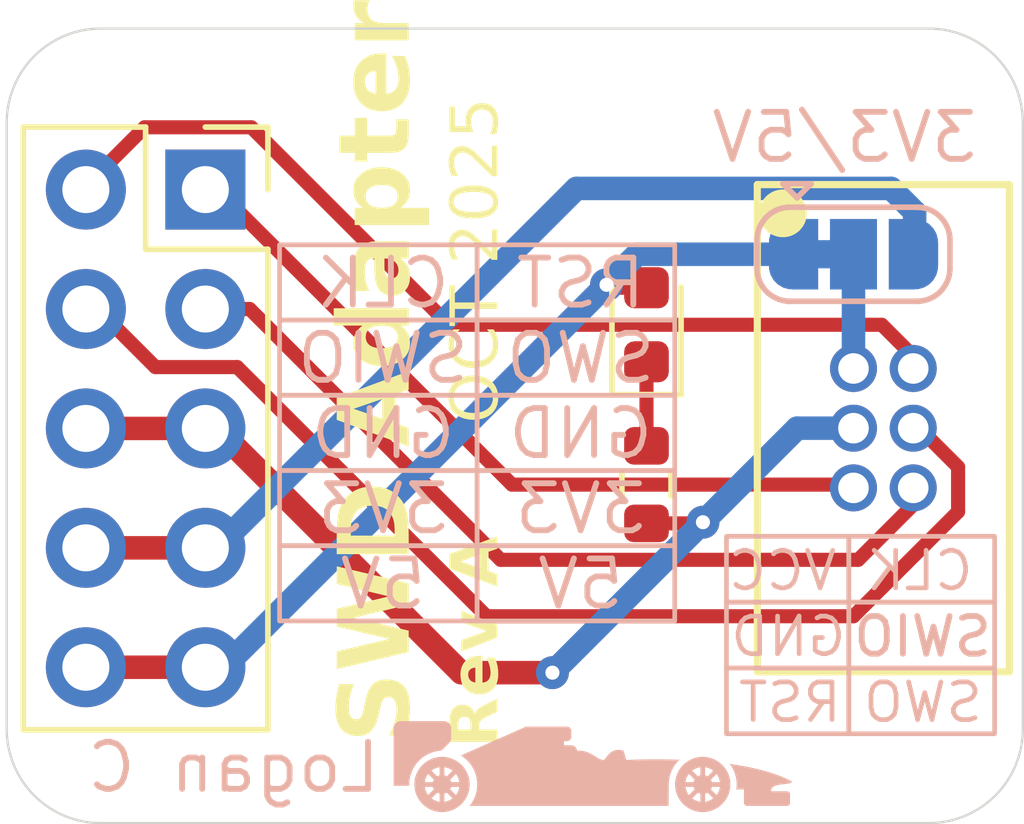
<source format=kicad_pcb>
(kicad_pcb (version 20241229) (generator "pcbnew") (generator_version "9.0")
  (layers (0 "F.Cu" signal) (2 "B.Cu" signal) (5 "F.SilkS" user "F.Silkscreen") (7 "B.SilkS" user "B.Silkscreen") (1 "F.Mask" user) (3 "B.Mask" user) (25 "Edge.Cuts" user))
  (property "PCB_DATE" "OCT 2025")
  (property "REVISION" "A")
  (net 0 "")
  (net 1 "SEL")
  (net 2 "SWCLCK")
  (net 3 "GND")
  (net 4 "5V")
  (net 5 "SWDIO")
  (net 6 "SWO")
  (net 7 "3V3")
  (net 8 "RST")
  (net 9 "Net-(D1-K)")
  (footprint "yfs:IDC-Connector-2x3" (layer "F.Cu") (at 164.4 73.729999 -90)
    (property "Reference" "J2" (hide yes))
    (property "Value" "SWD" (hide yes))
    (fp_line (start -3.9116 2.0447) (end 6.4516 2.0447) (stroke (width 0.1524)) (layer "F.SilkS"))
    (fp_line (start 6.4516 2.0447) (end 6.4516 -3.3147) (stroke (width 0.1524)) (layer "F.SilkS"))
    (fp_line (start -3.9116 -3.3147) (end -3.9116 2.0447) (stroke (width 0.1524)) (layer "F.SilkS"))
    (fp_line (start 6.4516 -3.3147) (end -3.9116 -3.3147) (stroke (width 0.1524)) (layer "F.SilkS"))
    (fp_circle (center -3.3 1.5) (end -3.3 1.5) (stroke (width 0.508)) (fill no) (layer "F.SilkS"))
    (pad "1" thru_hole circle (at 0 0 270) (size 1 1) (drill 0.65) (layers "*.Cu" "*.Mask") (net 1 "SEL"))
    (pad "2" thru_hole circle (at 0 -1.27 270) (size 1 1) (drill 0.65) (layers "*.Cu" "*.Mask") (net 2 "SWCLCK"))
    (pad "3" thru_hole circle (at 1.27 0 270) (size 1 1) (drill 0.65) (layers "*.Cu" "*.Mask") (net 3 "GND"))
    (pad "4" thru_hole circle (at 1.27 -1.27 270) (size 1 1) (drill 0.65) (layers "*.Cu" "*.Mask") (net 5 "SWDIO"))
    (pad "5" thru_hole circle (at 2.54 0 270) (size 1 1) (drill 0.65) (layers "*.Cu" "*.Mask") (net 8 "RST"))
    (pad "6" thru_hole circle (at 2.54 -1.27 270) (size 1 1) (drill 0.65) (layers "*.Cu" "*.Mask") (net 6 "SWO"))
  )
  (footprint "LED_SMD:LED_0603_1608Metric" (layer "F.Cu") (at 160 72.8 90)
    (property "Reference" "D1" (hide yes))
    (property "Value" "Red LED")
    (fp_line (start 0.8 -0.735) (end -1.485 -0.735) (stroke (width 0.12)) (layer "F.SilkS"))
    (fp_line (start -1.485 -0.735) (end -1.485 0.735) (stroke (width 0.12)) (layer "F.SilkS"))
    (fp_line (start -1.485 0.735) (end 0.8 0.735) (stroke (width 0.12)) (layer "F.SilkS"))
    (pad "1" smd roundrect (at -0.787501 0 90) (size 0.875 0.95) (layers "F.Cu" "F.Mask" "F.Paste") (net 9 "Net-(D1-K)"))
    (pad "2" smd roundrect (at 0.787501 0 90) (size 0.875 0.95) (layers "F.Cu" "F.Mask" "F.Paste") (net 4 "5V"))
  )
  (footprint "Connector_PinSocket_2.54mm:PinSocket_2x05_P2.54mm_Vertical" (layer "F.Cu") (at 150.622 69.925)
    (property "Reference" "J1" (hide yes))
    (property "Value" "Conn_02x05_Odd_Even")
    (fp_line (start -3.87 -1.33) (end -3.87 11.49) (stroke (width 0.12)) (layer "F.SilkS"))
    (fp_line (start -3.87 -1.33) (end -1.27 -1.33) (stroke (width 0.12)) (layer "F.SilkS"))
    (fp_line (start -3.87 11.49) (end 1.33 11.49) (stroke (width 0.12)) (layer "F.SilkS"))
    (fp_line (start -1.27 -1.33) (end -1.27 1.27) (stroke (width 0.12)) (layer "F.SilkS"))
    (fp_line (start -1.27 1.27) (end 1.33 1.27) (stroke (width 0.12)) (layer "F.SilkS"))
    (fp_line (start 0 -1.33) (end 1.33 -1.33) (stroke (width 0.12)) (layer "F.SilkS"))
    (fp_line (start 1.33 -1.33) (end 1.33 0) (stroke (width 0.12)) (layer "F.SilkS"))
    (fp_line (start 1.33 1.27) (end 1.33 11.49) (stroke (width 0.12)) (layer "F.SilkS"))
    (pad "1" thru_hole rect (at 0 0) (size 1.7 1.7) (drill 1) (layers "*.Cu" "*.Mask") (net 8 "RST"))
    (pad "2" thru_hole oval (at -2.54 0) (size 1.7 1.7) (drill 1) (layers "*.Cu" "*.Mask") (net 2 "SWCLCK"))
    (pad "3" thru_hole oval (at 0 2.54) (size 1.7 1.7) (drill 1) (layers "*.Cu" "*.Mask") (net 6 "SWO"))
    (pad "4" thru_hole oval (at -2.54 2.54) (size 1.7 1.7) (drill 1) (layers "*.Cu" "*.Mask") (net 5 "SWDIO"))
    (pad "5" thru_hole oval (at 0 5.08) (size 1.7 1.7) (drill 1) (layers "*.Cu" "*.Mask") (net 3 "GND"))
    (pad "6" thru_hole oval (at -2.54 5.08) (size 1.7 1.7) (drill 1) (layers "*.Cu" "*.Mask") (net 3 "GND"))
    (pad "7" thru_hole oval (at 0 7.62) (size 1.7 1.7) (drill 1) (layers "*.Cu" "*.Mask") (net 7 "3V3"))
    (pad "8" thru_hole oval (at -2.54 7.62) (size 1.7 1.7) (drill 1) (layers "*.Cu" "*.Mask") (net 7 "3V3"))
    (pad "9" thru_hole oval (at 0 10.16) (size 1.7 1.7) (drill 1) (layers "*.Cu" "*.Mask") (net 4 "5V"))
    (pad "10" thru_hole oval (at -2.54 10.16) (size 1.7 1.7) (drill 1) (layers "*.Cu" "*.Mask") (net 4 "5V"))
  )
  (footprint "Resistor_SMD:R_0603_1608Metric" (layer "F.Cu") (at 160 76.2 -90)
    (property "Reference" "R1" (hide yes))
    (property "Value" "1k")
    (fp_line (start -0.237258 0.5225) (end 0.237258 0.5225) (stroke (width 0.12)) (layer "F.SilkS"))
    (fp_line (start -0.237258 -0.5225) (end 0.237258 -0.5225) (stroke (width 0.12)) (layer "F.SilkS"))
    (pad "1" smd roundrect (at -0.825 0 270) (size 0.8 0.95) (layers "F.Cu" "F.Mask" "F.Paste") (net 9 "Net-(D1-K)"))
    (pad "2" smd roundrect (at 0.825 0 270) (size 0.8 0.95) (layers "F.Cu" "F.Mask" "F.Paste") (net 3 "GND"))
  )
  (footprint "Jumper:SolderJumper-3_P1.3mm_Bridged12_RoundedPad1.0x1.5mm" (layer "B.Cu") (at 164.4 71.3)
    (property "Reference" "JP1" (hide yes))
    (property "Value" "SolderJumper_3_Bridged12" (hide yes))
    (fp_poly (pts (xy -0.9 0.3) (xy -0.4 0.3) (xy -0.4 -0.3) (xy -0.9 -0.3)) (fill yes) (layer "B.Cu"))
    (fp_line (start -2.05 -0.3) (end -2.05 0.3) (stroke (width 0.12)) (layer "B.SilkS"))
    (fp_line (start -1.5 -1.5) (end -0.9 -1.5) (stroke (width 0.12)) (layer "B.SilkS"))
    (fp_line (start -1.4 1) (end 1.4 1) (stroke (width 0.12)) (layer "B.SilkS"))
    (fp_line (start -1.2 -1.2) (end -1.5 -1.5) (stroke (width 0.12)) (layer "B.SilkS"))
    (fp_line (start -1.2 -1.2) (end -0.9 -1.5) (stroke (width 0.12)) (layer "B.SilkS"))
    (fp_line (start 1.4 -1) (end -1.4 -1) (stroke (width 0.12)) (layer "B.SilkS"))
    (fp_line (start 2.05 0.3) (end 2.05 -0.3) (stroke (width 0.12)) (layer "B.SilkS"))
    (fp_arc (start -2.05 -0.3) (mid -1.844975 -0.794975) (end -1.35 -1) (stroke (width 0.12)) (layer "B.SilkS"))
    (fp_arc (start -1.35 1) (mid -1.844975 0.794975) (end -2.05 0.3) (stroke (width 0.12)) (layer "B.SilkS"))
    (fp_arc (start 1.35 -1) (mid 1.844975 -0.794975) (end 2.05 -0.3) (stroke (width 0.12)) (layer "B.SilkS"))
    (fp_arc (start 2.05 0.3) (mid 1.844975 0.794975) (end 1.35 1) (stroke (width 0.12)) (layer "B.SilkS"))
    (pad "1" smd custom (at -1.3 0) (size 1 0.5) (layers "B.Cu" "B.Mask") (net 4 "5V") (options (clearance outline) (anchor rect)) (primitives (gr_circle (center 0 -0.25) (end 0.5 -0.25) (width 0) (fill yes)) (gr_circle (center 0 0.25) (end 0.5 0.25) (width 0) (fill yes)) (gr_poly (pts (xy 0.55 -0.75) (xy 0 -0.75) (xy 0 0.75) (xy 0.55 0.75)) (width 0) (fill yes))))
    (pad "2" smd rect (at 0 0) (size 1 1.5) (layers "B.Cu" "B.Mask") (net 1 "SEL"))
    (pad "3" smd custom (at 1.3 0) (size 1 0.5) (layers "B.Cu" "B.Mask") (net 7 "3V3") (options (clearance outline) (anchor rect)) (primitives (gr_circle (center 0 -0.25) (end 0.5 -0.25) (width 0) (fill yes)) (gr_circle (center 0 0.25) (end 0.5 0.25) (width 0) (fill yes)) (gr_poly (pts (xy 0 -0.75) (xy -0.55 -0.75) (xy -0.55 0.75) (xy 0 0.75)) (width 0) (fill yes))))
  )
  (gr_poly (pts (xy 155.623234 81.990434) (xy 155.593316 81.992703) (xy 155.563835 81.996448) (xy 155.534825 82.001621) (xy 155.506328 82.00819) (xy 155.478376 82.016119) (xy 155.451008 82.02537) (xy 155.424261 82.035905) (xy 155.398171 82.047689) (xy 155.372776 82.060683) (xy 155.348112 82.074852) (xy 155.324219 82.090159) (xy 155.301128 82.106566) (xy 155.278881 82.124037) (xy 155.25751 82.142535) (xy 155.237059 82.162022) (xy 155.217559 82.182463) (xy 155.199049 82.203819) (xy 155.181567 82.226056) (xy 155.165149 82.249133) (xy 155.149829 82.273015) (xy 155.135647 82.297669) (xy 155.122642 82.323052) (xy 155.110848 82.34913) (xy 155.100301 82.375867) (xy 155.09104 82.403226) (xy 155.083101 82.431167) (xy 155.076522 82.459653) (xy 155.071338 82.488654) (xy 155.067588 82.518125) (xy 155.065307 82.548034) (xy 155.064532 82.578342) (xy 155.064576 82.584669) (xy 155.064703 82.590979) (xy 155.064909 82.597277) (xy 155.065187 82.603561) (xy 155.065944 82.616092) (xy 155.066934 82.628584) (xy 155.070004 82.656668) (xy 155.07437 82.684337) (xy 155.08 82.711563) (xy 155.086865 82.738316) (xy 155.094934 82.764562) (xy 155.10417 82.79027) (xy 155.114552 82.81541) (xy 155.126037 82.839948) (xy 155.138602 82.863855) (xy 155.152215 82.8871) (xy 155.166841 82.909648) (xy 155.182454 82.93147) (xy 155.199019 82.952534) (xy 155.216506 82.972811) (xy 155.234884 82.992264) (xy 155.254121 83.010868) (xy 155.274187 83.028584) (xy 155.295049 83.04539) (xy 155.316677 83.061245) (xy 155.339042 83.076125) (xy 155.36211 83.089992) (xy 155.38585 83.102822) (xy 155.410231 83.114579) (xy 155.435223 83.12523) (xy 155.460793 83.134747) (xy 155.486912 83.143096) (xy 155.513547 83.150248) (xy 155.540668 83.15617) (xy 155.568241 83.16083) (xy 155.596239 83.164198) (xy 155.624629 83.166243) (xy 155.653379 83.166931) (xy 155.681336 83.166279) (xy 155.708955 83.16434) (xy 155.736207 83.161145) (xy 155.763061 83.156721) (xy 155.789492 83.151102) (xy 155.815468 83.14431) (xy 155.840962 83.136379) (xy 155.865943 83.127336) (xy 155.890385 83.11721) (xy 155.914257 83.106033) (xy 155.937533 83.093827) (xy 155.960177 83.080625) (xy 155.982168 83.066462) (xy 156.003472 83.051355) (xy 156.024065 83.035346) (xy 156.043913 83.018454) (xy 156.06299 83.000712) (xy 156.081268 82.982149) (xy 156.098714 82.962792) (xy 156.115304 82.942673) (xy 156.131006 82.921819) (xy 156.145791 82.900259) (xy 156.159631 82.878024) (xy 156.162251 82.873365) (xy 155.875095 82.873365) (xy 155.865824 82.880124) (xy 155.856343 82.886602) (xy 155.846655 82.892794) (xy 155.836765 82.89869) (xy 155.826682 82.904286) (xy 155.816409 82.909576) (xy 155.805951 82.91455) (xy 155.795318 82.919201) (xy 155.784509 82.923526) (xy 155.773533 82.927513) (xy 155.762395 82.93116) (xy 155.751102 82.934456) (xy 155.739659 82.937397) (xy 155.72807 82.939976) (xy 155.716341 82.942182) (xy 155.704477 82.944013) (xy 155.704395 82.944013) (xy 155.704392 82.774251) (xy 155.602537 82.774252) (xy 155.602538 82.944012) (xy 155.590628 82.942184) (xy 155.578859 82.939983) (xy 155.567235 82.937409) (xy 155.55576 82.934482) (xy 155.544439 82.931195) (xy 155.533278 82.92756) (xy 155.522281 82.923582) (xy 155.511451 82.919267) (xy 155.500796 82.914622) (xy 155.490319 82.909652) (xy 155.480027 82.904363) (xy 155.469924 82.898762) (xy 155.460012 82.892857) (xy 155.4503 82.886653) (xy 155.440792 82.880152) (xy 155.43149 82.873365) (xy 155.55118 82.753333) (xy 155.557244 82.756714) (xy 155.563413 82.759857) (xy 155.569683 82.762771) (xy 155.576055 82.765464) (xy 155.582528 82.76795) (xy 155.589099 82.770237) (xy 155.59577 82.772334) (xy 155.602537 82.774252) (xy 155.704392 82.774251) (xy 155.711085 82.772388) (xy 155.717716 82.770326) (xy 155.72427 82.768067) (xy 155.730736 82.765604) (xy 155.737094 82.762934) (xy 155.743336 82.760061) (xy 155.749444 82.756976) (xy 155.755405 82.753675) (xy 155.875095 82.873365) (xy 156.162251 82.873365) (xy 156.172498 82.855143) (xy 156.184362 82.83164) (xy 156.195195 82.807548) (xy 156.204967 82.782897) (xy 156.21365 82.757713) (xy 156.221214 82.732027) (xy 156.227631 82.705869) (xy 156.232872 82.679267) (xy 156.23691 82.652248) (xy 156.238071 82.643161) (xy 156.239112 82.634033) (xy 156.239491 82.630213) (xy 156.019392 82.630212) (xy 156.017513 82.642127) (xy 156.015262 82.653912) (xy 156.01264 82.665562) (xy 156.009653 82.677069) (xy 156.006314 82.688426) (xy 156.002622 82.699631) (xy 155.998591 82.710672) (xy 155.994217 82.721545) (xy 155.989516 82.732244) (xy 155.98449 82.742761) (xy 155.979147 82.75309) (xy 155.973493 82.763224) (xy 155.967532 82.773158) (xy 155.961274 82.782885) (xy 155.954722 82.792397) (xy 155.947887 82.80169) (xy 155.827514 82.681483) (xy 155.827609 82.681313) (xy 155.47916 82.681314) (xy 155.358442 82.802032) (xy 155.351619 82.792736) (xy 155.34511 82.783214) (xy 155.338914 82.773468) (xy 155.333037 82.763514) (xy 155.327477 82.753353) (xy 155.322242 82.742995) (xy 155.317329 82.732447) (xy 155.312745 82.721717) (xy 155.308488 82.710811) (xy 155.304565 82.699739) (xy 155.300975 82.688507) (xy 155.297723 82.677122) (xy 155.294811 82.665593) (xy 155.29224 82.653927) (xy 155.290017 82.642131) (xy 155.288137 82.630214) (xy 155.457211 82.630212) (xy 155.458162 82.633636) (xy 155.459181 82.637026) (xy 155.460265 82.640383) (xy 155.461414 82.643707) (xy 155.463885 82.650263) (xy 155.466578 82.656694) (xy 155.469472 82.663012) (xy 155.472546 82.669217) (xy 155.475782 82.675316) (xy 155.47916 82.681314) (xy 155.827609 82.681313) (xy 155.830965 82.675448) (xy 155.834189 82.669301) (xy 155.837186 82.663047) (xy 155.839966 82.656685) (xy 155.842526 82.650219) (xy 155.844873 82.64365) (xy 155.847013 82.636981) (xy 155.848946 82.630213) (xy 156.019392 82.630212) (xy 156.239491 82.630213) (xy 156.240022 82.624863) (xy 156.240788 82.615649) (xy 156.2414 82.606391) (xy 156.241852 82.597087) (xy 156.242129 82.587739) (xy 156.242224 82.578342) (xy 156.241458 82.548028) (xy 156.239956 82.528273) (xy 156.018963 82.52827) (xy 155.849547 82.528272) (xy 155.847686 82.521436) (xy 155.845571 82.514692) (xy 155.843219 82.508046) (xy 155.84064 82.501501) (xy 155.837838 82.495057) (xy 155.834825 82.488725) (xy 155.831607 82.482505) (xy 155.828244 82.476486) (xy 155.47856 82.476486) (xy 155.475157 82.482563) (xy 155.471958 82.488762) (xy 155.468968 82.495083) (xy 155.466191 82.501521) (xy 155.463633 82.508073) (xy 155.461294 82.51473) (xy 155.459181 82.521493) (xy 155.457297 82.528357) (xy 155.457297 82.528443) (xy 155.288051 82.528443) (xy 155.28986 82.516456) (xy 155.292036 82.504613) (xy 155.294575 82.492916) (xy 155.297472 82.481374) (xy 155.300721 82.469988) (xy 155.304322 82.458765) (xy 155.308266 82.447708) (xy 155.312551 82.436822) (xy 155.317172 82.426111) (xy 155.322122 82.415583) (xy 155.327399 82.405237) (xy 155.333 82.395082) (xy 155.338916 82.385121) (xy 155.345146 82.37536) (xy 155.351685 82.365803) (xy 155.358527 82.356452) (xy 155.47856 82.476486) (xy 155.828244 82.476486) (xy 155.828197 82.476398) (xy 155.948315 82.356368) (xy 155.955144 82.365731) (xy 155.961673 82.375298) (xy 155.967899 82.385067) (xy 155.973811 82.395032) (xy 155.979411 82.405186) (xy 155.984693 82.41553) (xy 155.989651 82.426054) (xy 155.994281 82.436757) (xy 155.998581 82.447634) (xy 156.00254 82.45868) (xy 156.006159 82.469892) (xy 156.009432 82.481265) (xy 156.012353 82.492793) (xy 156.014918 82.504473) (xy 156.017123 82.5163) (xy 156.018963 82.52827) (xy 156.239956 82.528273) (xy 156.239184 82.518111) (xy 156.235437 82.488633) (xy 156.230257 82.45963) (xy 156.223681 82.431137) (xy 156.215744 82.403195) (xy 156.206486 82.375833) (xy 156.195941 82.349095) (xy 156.184145 82.323016) (xy 156.171139 82.29763) (xy 156.16345 82.284262) (xy 155.876126 82.284262) (xy 155.756435 82.404124) (xy 155.75033 82.40068) (xy 155.744108 82.397429) (xy 155.737772 82.394378) (xy 155.731324 82.391529) (xy 155.724769 82.388897) (xy 155.718106 82.386484) (xy 155.711343 82.384298) (xy 155.704478 82.382345) (xy 155.704479 82.382432) (xy 155.704308 82.382432) (xy 155.704307 82.213099) (xy 155.602537 82.2131) (xy 155.602366 82.382345) (xy 155.595466 82.384298) (xy 155.588661 82.386483) (xy 155.581956 82.388899) (xy 155.575358 82.391531) (xy 155.568873 82.394377) (xy 155.562506 82.397429) (xy 155.556263 82.400681) (xy 155.550151 82.404124) (xy 155.430463 82.284348) (xy 155.439797 82.277457) (xy 155.449344 82.270872) (xy 155.459098 82.264592) (xy 155.469055 82.258626) (xy 155.47921 82.25298) (xy 155.489556 82.247654) (xy 155.500091 82.242654) (xy 155.510808 82.237988) (xy 155.521703 82.233654) (xy 155.532771 82.229661) (xy 155.544007 82.226012) (xy 155.555405 82.222714) (xy 155.566964 82.21977) (xy 155.578675 82.217182) (xy 155.590536 82.214957) (xy 155.602537 82.2131) (xy 155.704307 82.213099) (xy 155.716267 82.214954) (xy 155.728093 82.217178) (xy 155.739776 82.219761) (xy 155.751312 82.2227) (xy 155.762697 82.225991) (xy 155.773922 82.229633) (xy 155.784983 82.233618) (xy 155.795874 82.237943) (xy 155.806588 82.242604) (xy 155.817119 82.247596) (xy 155.827462 82.252913) (xy 155.837607 82.258555) (xy 155.847553 82.264515) (xy 155.857292 82.270789) (xy 155.866818 82.277373) (xy 155.876126 82.284262) (xy 156.16345 82.284262) (xy 156.156961 82.272979) (xy 156.141644 82.249095) (xy 156.125225 82.226015) (xy 156.107747 82.203784) (xy 156.089237 82.182429) (xy 156.069742 82.161991) (xy 156.049294 82.142505) (xy 156.027931 82.124009) (xy 156.00569 82.106538) (xy 155.982609 82.090136) (xy 155.958722 82.074833) (xy 155.934072 82.060666) (xy 155.908693 82.047674) (xy 155.882617 82.035893) (xy 155.855889 82.02536) (xy 155.828541 82.016111) (xy 155.800612 82.008186) (xy 155.772141 82.001618) (xy 155.74316 81.996445) (xy 155.713711 81.992705) (xy 155.683829 81.990434) (xy 155.65355 81.989669)) (stroke (width -0.000001)) (fill yes) (layer "B.SilkS"))
  (gr_poly (pts (xy 161.783095 82.162471) (xy 161.799338 82.186342) (xy 161.81465 82.210866) (xy 161.829003 82.236022) (xy 161.842372 82.261784) (xy 161.854723 82.288129) (xy 161.866035 82.315031) (xy 161.876273 82.342467) (xy 161.885414 82.370413) (xy 161.893424 82.398844) (xy 161.900281 82.427735) (xy 161.905954 82.457062) (xy 161.910415 82.486804) (xy 161.913639 82.516931) (xy 161.91559 82.547424) (xy 161.916248 82.578256) (xy 161.916147 82.58906) (xy 161.915847 82.599996) (xy 161.915348 82.611075) (xy 161.914651 82.622293) (xy 161.913757 82.633662) (xy 161.912667 82.645183) (xy 161.911382 82.656865) (xy 161.909904 82.66871) (xy 161.90962 82.670747) (xy 161.909294 82.672756) (xy 161.908564 82.676705) (xy 161.907817 82.680622) (xy 161.907471 82.682589) (xy 161.907159 82.684571) (xy 162.071948 82.684571) (xy 162.071947 82.972135) (xy 162.072028 82.975354) (xy 162.072269 82.97853) (xy 162.072666 82.981662) (xy 162.073215 82.984742) (xy 162.073912 82.987766) (xy 162.074754 82.990733) (xy 162.075736 82.993638) (xy 162.076854 82.996478) (xy 162.078104 82.999247) (xy 162.079484 83.001942) (xy 162.080988 83.004559) (xy 162.082613 83.007093) (xy 162.084355 83.009545) (xy 162.086209 83.011907) (xy 162.088172 83.014174) (xy 162.090241 83.016343) (xy 162.09241 83.018412) (xy 162.094678 83.020376) (xy 162.097039 83.02223) (xy 162.099489 83.023973) (xy 162.102024 83.025595) (xy 162.104643 83.027101) (xy 162.107338 83.02848) (xy 162.110106 83.02973) (xy 162.112946 83.030849) (xy 162.115851 83.03183) (xy 162.118818 83.032671) (xy 162.121844 83.033367) (xy 162.124922 83.033918) (xy 162.128054 83.034315) (xy 162.131229 83.034556) (xy 162.13445 83.034638) (xy 162.989166 83.034638) (xy 162.992385 83.034556) (xy 162.995562 83.034313) (xy 162.998691 83.033915) (xy 163.001769 83.033366) (xy 163.004793 83.032666) (xy 163.007758 83.031824) (xy 163.010659 83.030839) (xy 163.013495 83.029718) (xy 163.016263 83.028465) (xy 163.018954 83.02708) (xy 163.021568 83.025576) (xy 163.0241 83.023949) (xy 163.026548 83.022205) (xy 163.028904 83.020348) (xy 163.031167 83.018383) (xy 163.033333 83.016312) (xy 163.035396 83.014139) (xy 163.037357 83.011871) (xy 163.039208 83.009509) (xy 163.040946 83.007057) (xy 163.042566 83.004521) (xy 163.044067 83.001905) (xy 163.045444 82.999209) (xy 163.046689 82.996441) (xy 163.047805 82.993604) (xy 163.048785 82.990702) (xy 163.049624 82.987738) (xy 163.050319 82.984717) (xy 163.050867 82.98164) (xy 163.051263 82.978516) (xy 163.051502 82.975347) (xy 163.051584 82.972135) (xy 163.051584 82.785913) (xy 163.051503 82.782694) (xy 163.051262 82.779518) (xy 163.050863 82.776389) (xy 163.050315 82.77331) (xy 163.049619 82.770285) (xy 163.048777 82.767323) (xy 163.047795 82.76442) (xy 163.046678 82.761584) (xy 163.045428 82.758815) (xy 163.044048 82.756126) (xy 163.042546 82.753511) (xy 163.040922 82.75098) (xy 163.039182 82.748533) (xy 163.037329 82.746177) (xy 163.035367 82.743913) (xy 163.0333 82.741746) (xy 163.031133 82.739684) (xy 163.028867 82.737722) (xy 163.02651 82.735873) (xy 163.024062 82.734136) (xy 163.021531 82.732514) (xy 163.018916 82.731013) (xy 163.016224 82.729637) (xy 163.013461 82.72839) (xy 163.010626 82.727274) (xy 163.007726 82.726296) (xy 163.004764 82.725456) (xy 163.001745 82.724762) (xy 162.998671 82.724213) (xy 162.995547 82.723817) (xy 162.992378 82.723578) (xy 162.989166 82.723496) (xy 162.647331 82.723496) (xy 162.648602 82.704855) (xy 162.652308 82.687927) (xy 162.658286 82.672612) (xy 162.666371 82.658821) (xy 162.676404 82.646457) (xy 162.688221 82.635433) (xy 162.701663 82.625652) (xy 162.716565 82.617021) (xy 162.732764 82.609451) (xy 162.750098 82.60284) (xy 162.768408 82.597109) (xy 162.787528 82.592152) (xy 162.827554 82.584209) (xy 162.868878 82.578267) (xy 162.950226 82.569418) (xy 162.987654 82.565021) (xy 163.02119 82.559655) (xy 163.049532 82.552575) (xy 163.061351 82.548158) (xy 163.071383 82.543036) (xy 163.07947 82.537112) (xy 163.085447 82.530295) (xy 163.089152 82.522493) (xy 163.090423 82.513611) (xy 163.023859 82.478842) (xy 162.954304 82.445786) (xy 162.881939 82.414403) (xy 162.806938 82.384649) (xy 162.729478 82.356481) (xy 162.649739 82.32986) (xy 162.48413 82.281079) (xy 162.311527 82.23797) (xy 162.133351 82.200193) (xy 161.951019 82.167408) (xy 161.76595 82.13928)) (stroke (width -0.000001)) (fill yes) (layer "B.SilkS"))
  (gr_rect (start 152.2 72.7) (end 156.4 74.3) (stroke (width 0.1)) (fill no) (layer "B.SilkS"))
  (gr_rect (start 152.2 71.1) (end 156.4 72.7) (stroke (width 0.1)) (fill no) (layer "B.SilkS"))
  (gr_rect (start 164.3 77.3) (end 167.4 78.7) (stroke (width 0.1)) (fill no) (layer "B.SilkS"))
  (gr_rect (start 161.7 80.1) (end 164.3 81.5) (stroke (width 0.1)) (fill no) (layer "B.SilkS"))
  (gr_rect (start 156.4 77.5) (end 160.6 79.1) (stroke (width 0.1)) (fill no) (layer "B.SilkS"))
  (gr_poly (pts (xy 154.771202 81.230922) (xy 154.763309 81.231524) (xy 154.75553 81.232511) (xy 154.747875 81.233877) (xy 154.740356 81.235615) (xy 154.732978 81.237711) (xy 154.725755 81.240156) (xy 154.718694 81.242941) (xy 154.711808 81.246056) (xy 154.705101 81.249491) (xy 154.698591 81.253237) (xy 154.692283 81.257283) (xy 154.686188 81.261619) (xy 154.680313 81.266238) (xy 154.674675 81.271127) (xy 154.669273 81.276278) (xy 154.664126 81.281681) (xy 154.65924 81.287328) (xy 154.654625 81.293205) (xy 154.650293 81.299305) (xy 154.646252 81.305619) (xy 154.642512 81.312136) (xy 154.639084 81.318845) (xy 154.635976 81.325738) (xy 154.633199 81.332807) (xy 154.630762 81.34004) (xy 154.628677 81.347426) (xy 154.626949 81.354958) (xy 154.625593 81.362624) (xy 154.624616 81.370413) (xy 154.62403 81.378321) (xy 154.623842 81.386333) (xy 154.623845 82.606891) (xy 154.959248 82.606892) (xy 154.95884 82.599778) (xy 154.958358 82.592607) (xy 154.958139 82.589011) (xy 154.957958 82.585419) (xy 154.957836 82.581832) (xy 154.957792 82.578256) (xy 154.958676 82.542316) (xy 154.961307 82.506829) (xy 154.965637 82.47184) (xy 154.971628 82.437387) (xy 154.979238 82.403514) (xy 154.988424 82.37026) (xy 154.999145 82.337669) (xy 155.011358 82.305781) (xy 155.025023 82.274635) (xy 155.040096 82.244274) (xy 155.056539 82.214744) (xy 155.074305 82.186081) (xy 155.093356 82.158328) (xy 155.113649 82.131523) (xy 155.135142 82.105712) (xy 155.157796 82.080936) (xy 155.181563 82.057234) (xy 155.20641 82.034649) (xy 155.232286 82.013221) (xy 155.259153 81.992993) (xy 155.286971 81.974004) (xy 155.315697 81.956298) (xy 155.345289 81.939914) (xy 155.375706 81.924895) (xy 155.406903 81.911284) (xy 155.438843 81.899118) (xy 155.471482 81.888441) (xy 155.504775 81.879293) (xy 155.538686 81.87172) (xy 155.57317 81.865756) (xy 155.608185 81.861447) (xy 155.643691 81.85883) (xy 155.802734 81.699875) (xy 155.80805 81.694287) (xy 155.81306 81.688471) (xy 155.81776 81.682434) (xy 155.822146 81.67619) (xy 155.826211 81.669754) (xy 155.829951 81.663138) (xy 155.833357 81.656355) (xy 155.836428 81.649419) (xy 155.839159 81.642342) (xy 155.841541 81.635136) (xy 155.843572 81.627817) (xy 155.845246 81.620395) (xy 155.846557 81.612887) (xy 155.8475 81.605304) (xy 155.84807 81.597656) (xy 155.848263 81.58996) (xy 155.848263 81.386247) (xy 155.848057 81.378242) (xy 155.847458 81.370343) (xy 155.846469 81.36256) (xy 155.845101 81.354897) (xy 155.843365 81.347375) (xy 155.841269 81.339993) (xy 155.838824 81.332767) (xy 155.836038 81.325703) (xy 155.832924 81.318814) (xy 155.82949 81.312107) (xy 155.825744 81.305594) (xy 155.821698 81.299286) (xy 155.81736 81.293187) (xy 155.812743 81.287312) (xy 155.807853 81.281669) (xy 155.802701 81.276268) (xy 155.797298 81.271119) (xy 155.791654 81.26623) (xy 155.785775 81.261614) (xy 155.779674 81.257278) (xy 155.773362 81.253233) (xy 155.766844 81.249489) (xy 155.760134 81.246054) (xy 155.75324 81.24294) (xy 155.746173 81.240157) (xy 155.738942 81.237711) (xy 155.731554 81.235616) (xy 155.724023 81.23388) (xy 155.716357 81.232511) (xy 155.708566 81.231523) (xy 155.70066 81.230922) (xy 155.692649 81.23072) (xy 154.779199 81.23072)) (stroke (width -0.000001)) (fill yes) (layer "B.SilkS"))
  (gr_rect (start 156.4 71.1) (end 160.6 72.7) (stroke (width 0.1)) (fill no) (layer "B.SilkS"))
  (gr_rect (start 156.4 75.9) (end 160.6 77.5) (stroke (width 0.1)) (fill no) (layer "B.SilkS"))
  (gr_rect (start 164.3 78.7) (end 167.4 80.1) (stroke (width 0.1)) (fill no) (layer "B.SilkS"))
  (gr_rect (start 164.3 80.1) (end 167.4 81.5) (stroke (width 0.1)) (fill no) (layer "B.SilkS"))
  (gr_poly (pts (xy 156.051287 81.961805) (xy 156.089598 81.986665) (xy 156.126204 82.01383) (xy 156.161 82.043188) (xy 156.193876 82.074642) (xy 156.224732 82.108088) (xy 156.253459 82.143425) (xy 156.27995 82.180549) (xy 156.304105 82.219359) (xy 156.325814 82.259751) (xy 156.344968 82.301627) (xy 156.361469 82.344881) (xy 156.375205 82.389412) (xy 156.386073 82.435116) (xy 156.393969 82.481894) (xy 156.39878 82.529641) (xy 156.40041 82.578256) (xy 156.400306 82.58906) (xy 156.4 82.6) (xy 156.399493 82.611082) (xy 156.398791 82.622316) (xy 156.397902 82.633703) (xy 156.39683 82.645255) (xy 156.395577 82.656979) (xy 156.394151 82.66888) (xy 156.39043 82.69473) (xy 156.385807 82.720248) (xy 156.3803 82.745419) (xy 156.373926 82.770229) (xy 156.366703 82.794667) (xy 156.358651 82.818714) (xy 156.349785 82.842358) (xy 156.340125 82.865584) (xy 156.329689 82.888378) (xy 156.318492 82.910726) (xy 156.306559 82.932612) (xy 156.293898 82.954025) (xy 156.280535 82.974947) (xy 156.266484 82.995367) (xy 156.251764 83.015268) (xy 156.236393 83.034637) (xy 160.470371 83.034637) (xy 160.473715 82.578513) (xy 160.474748 82.539766) (xy 160.477817 82.501557) (xy 160.482865 82.46394) (xy 160.489839 82.42696) (xy 160.498686 82.390672) (xy 160.50935 82.355125) (xy 160.521777 82.320371) (xy 160.535917 82.286459) (xy 160.551709 82.253441) (xy 160.569105 82.221365) (xy 160.588048 82.190286) (xy 160.608485 82.16025) (xy 160.630361 82.131308) (xy 160.653624 82.103516) (xy 160.678218 82.076919) (xy 160.704089 82.05157) (xy 160.471019 82.045192) (xy 160.255883 82.042725) (xy 160.062728 82.043226) (xy 159.895607 82.045751) (xy 159.758573 82.049359) (xy 159.655676 82.053102) (xy 159.568496 82.057229) (xy 159.514054 81.860545) (xy 159.502923 81.856994) (xy 159.491857 81.85385) (xy 159.480869 81.851093) (xy 159.469974 81.848705) (xy 159.459186 81.846666) (xy 159.448525 81.844958) (xy 159.438 81.84356) (xy 159.427631 81.842457) (xy 159.410746 81.841421) (xy 159.393946 81.841425) (xy 159.377267 81.842445) (xy 159.360758 81.844472) (xy 159.344459 81.847481) (xy 159.328411 81.851457) (xy 159.31266 81.856382) (xy 159.297245 81.862242) (xy 159.28221 81.869014) (xy 159.267597 81.876681) (xy 159.25345 81.88523) (xy 159.239808 81.894639) (xy 159.226718 81.904892) (xy 159.214217 81.915971) (xy 159.202356 81.927861) (xy 159.191166 81.940542) (xy 159.094197 82.057229) (xy 159.08075 82.056599) (xy 159.067312 82.054764) (xy 159.05386 82.051813) (xy 159.04036 82.047825) (xy 159.013111 82.037088) (xy 158.985328 82.02323) (xy 158.956788 82.00693) (xy 158.927255 81.988872) (xy 158.864292 81.950176) (xy 158.8304 81.930897) (xy 158.794593 81.912568) (xy 158.756641 81.895869) (xy 158.716312 81.881478) (xy 158.695184 81.875359) (xy 158.673375 81.870071) (xy 158.650858 81.865699) (xy 158.627602 81.862328) (xy 158.603578 81.860042) (xy 158.578757 81.858927) (xy 158.553113 81.859069) (xy 158.526614 81.860548) (xy 158.514011 81.822909) (xy 158.510769 81.814252) (xy 158.506887 81.805977) (xy 158.5024 81.798112) (xy 158.497338 81.790677) (xy 158.491739 81.7837) (xy 158.485638 81.777203) (xy 158.47907 81.771208) (xy 158.472065 81.765743) (xy 158.46466 81.760831) (xy 158.456891 81.756496) (xy 158.448789 81.752761) (xy 158.440392 81.749652) (xy 158.431732 81.747192) (xy 158.422846 81.745404) (xy 158.413764 81.744312) (xy 158.404524 81.743945) (xy 158.246681 81.743945) (xy 158.246681 81.658465) (xy 158.308414 81.658464) (xy 158.313244 81.658342) (xy 158.318014 81.65798) (xy 158.322713 81.657381) (xy 158.327335 81.656554) (xy 158.331877 81.655505) (xy 158.33633 81.654238) (xy 158.340692 81.65276) (xy 158.344952 81.651075) (xy 158.349107 81.649197) (xy 158.353152 81.64712) (xy 158.357079 81.644859) (xy 158.360887 81.642414) (xy 158.364562 81.639795) (xy 158.368105 81.637005) (xy 158.371507 81.634052) (xy 158.374763 81.630943) (xy 158.377867 81.627679) (xy 158.380813 81.624273) (xy 158.383597 81.620726) (xy 158.386209 81.617044) (xy 158.388645 81.613235) (xy 158.390904 81.609302) (xy 158.392971 81.605256) (xy 158.394848 81.601099) (xy 158.396526 81.596836) (xy 158.397999 81.592476) (xy 158.399261 81.588023) (xy 158.400307 81.583485) (xy 158.40113 81.578862) (xy 158.401725 81.57417) (xy 158.402088 81.569407) (xy 158.402211 81.564582) (xy 158.402211 81.441291) (xy 158.402087 81.436457) (xy 158.401725 81.431688) (xy 158.401128 81.426988) (xy 158.400303 81.422365) (xy 158.399256 81.417821) (xy 158.397991 81.413366) (xy 158.396516 81.409003) (xy 158.394836 81.40474) (xy 158.392956 81.40058) (xy 158.390886 81.396532) (xy 158.388626 81.3926) (xy 158.386188 81.388791) (xy 158.38357 81.385111) (xy 158.380785 81.381564) (xy 158.377837 81.378158) (xy 158.374731 81.374897) (xy 158.371473 81.371789) (xy 158.368068 81.36884) (xy 158.364525 81.366053) (xy 158.360849 81.363437) (xy 158.357042 81.360993) (xy 158.353114 81.358736) (xy 158.349072 81.356663) (xy 158.344915 81.354784) (xy 158.340655 81.353103) (xy 158.336298 81.351627) (xy 158.331848 81.350363) (xy 158.327311 81.349313) (xy 158.322694 81.34849) (xy 158.318 81.347894) (xy 158.313238 81.347531) (xy 158.308414 81.347409) (xy 157.438264 81.347409)) (stroke (width -0.000001)) (fill yes) (layer "B.SilkS"))
  (gr_rect (start 156.4 72.7) (end 160.6 74.3) (stroke (width 0.1)) (fill no) (layer "B.SilkS"))
  (gr_rect (start 156.4 74.3) (end 160.6 75.9) (stroke (width 0.1)) (fill no) (layer "B.SilkS"))
  (gr_rect (start 152.2 77.5) (end 156.4 79.1) (stroke (width 0.1)) (fill no) (layer "B.SilkS"))
  (gr_rect (start 152.2 74.3) (end 156.4 75.9) (stroke (width 0.1)) (fill no) (layer "B.SilkS"))
  (gr_rect (start 161.7 77.3) (end 164.3 78.7) (stroke (width 0.1)) (fill no) (layer "B.SilkS"))
  (gr_rect (start 161.7 78.7) (end 164.3 80.1) (stroke (width 0.1)) (fill no) (layer "B.SilkS"))
  (gr_rect (start 152.2 75.9) (end 156.4 77.5) (stroke (width 0.1)) (fill no) (layer "B.SilkS"))
  (gr_poly (pts (xy 161.1648 81.990434) (xy 161.134889 81.992706) (xy 161.105412 81.996448) (xy 161.076406 82.001621) (xy 161.047909 82.008191) (xy 161.019959 82.016119) (xy 160.992592 82.02537) (xy 160.965845 82.035905) (xy 160.939754 82.047689) (xy 160.914356 82.060684) (xy 160.88969 82.074849) (xy 160.865792 82.09016) (xy 160.842697 82.106566) (xy 160.820446 82.124036) (xy 160.799076 82.142535) (xy 160.778618 82.162022) (xy 160.759113 82.182463) (xy 160.740601 82.203819) (xy 160.723115 82.226055) (xy 160.706692 82.249132) (xy 160.69137 82.273017) (xy 160.677187 82.297669) (xy 160.664182 82.323053) (xy 160.652383 82.34913) (xy 160.641836 82.375867) (xy 160.632575 82.403226) (xy 160.624637 82.431166) (xy 160.618059 82.459654) (xy 160.612879 82.488653) (xy 160.609134 82.518123) (xy 160.606859 82.548034) (xy 160.606091 82.578342) (xy 160.606144 82.584668) (xy 160.606289 82.590979) (xy 160.606522 82.597277) (xy 160.606833 82.60356) (xy 160.607648 82.616092) (xy 160.608667 82.628584) (xy 160.611726 82.656666) (xy 160.616085 82.684336) (xy 160.621709 82.711563) (xy 160.628567 82.738316) (xy 160.636627 82.764562) (xy 160.645861 82.79027) (xy 160.656235 82.81541) (xy 160.667718 82.839949) (xy 160.680279 82.863855) (xy 160.693887 82.8871) (xy 160.708511 82.909648) (xy 160.724119 82.93147) (xy 160.740681 82.952535) (xy 160.758167 82.97281) (xy 160.776542 82.992264) (xy 160.795775 83.010867) (xy 160.815841 83.028585) (xy 160.836701 83.045389) (xy 160.858328 83.061245) (xy 160.880691 83.076125) (xy 160.903757 83.089993) (xy 160.927497 83.102821) (xy 160.951877 83.114576) (xy 160.976868 83.12523) (xy 161.002438 83.134746) (xy 161.028555 83.143096) (xy 161.055191 83.150249) (xy 161.082311 83.156171) (xy 161.109886 83.16083) (xy 161.137884 83.164198) (xy 161.166273 83.166243) (xy 161.195024 83.16693) (xy 161.22298 83.166279) (xy 161.250598 83.164341) (xy 161.277851 83.161145) (xy 161.304701 83.156721) (xy 161.331131 83.151101) (xy 161.357104 83.14431) (xy 161.382596 83.136379) (xy 161.407575 83.127336) (xy 161.432013 83.11721) (xy 161.455881 83.106031) (xy 161.479153 83.093827) (xy 161.501796 83.080627) (xy 161.523781 83.066464) (xy 161.545083 83.051356) (xy 161.56567 83.035347) (xy 161.585515 83.018455) (xy 161.604588 83.000712) (xy 161.622861 82.982149) (xy 161.640304 82.962793) (xy 161.656888 82.942673) (xy 161.672588 82.921818) (xy 161.687369 82.900259) (xy 161.701207 82.878024) (xy 161.703826 82.873365) (xy 161.416656 82.873365) (xy 161.407371 82.880124) (xy 161.397878 82.886602) (xy 161.388182 82.892794) (xy 161.378288 82.898691) (xy 161.368204 82.904286) (xy 161.357931 82.909577) (xy 161.347475 82.91455) (xy 161.336847 82.919202) (xy 161.326042 82.923525) (xy 161.31507 82.927513) (xy 161.303939 82.93116) (xy 161.29265 82.934457) (xy 161.281211 82.937397) (xy 161.269626 82.939975) (xy 161.2579 82.942182) (xy 161.246037 82.944013) (xy 161.246037 82.774252) (xy 161.144095 82.77425) (xy 161.144093 82.944012) (xy 161.132188 82.942182) (xy 161.120422 82.939982) (xy 161.108802 82.937412) (xy 161.097334 82.934478) (xy 161.086021 82.931195) (xy 161.074871 82.92756) (xy 161.063881 82.923583) (xy 161.053064 82.919267) (xy 161.042421 82.914621) (xy 161.031959 82.909652) (xy 161.02168 82.904365) (xy 161.011592 82.898762) (xy 161.001696 82.892857) (xy 160.991999 82.886653) (xy 160.982507 82.880151) (xy 160.97322 82.873365) (xy 161.092823 82.753333) (xy 161.098861 82.756714) (xy 161.105006 82.759857) (xy 161.111262 82.76277) (xy 161.117624 82.765464) (xy 161.12409 82.767951) (xy 161.130659 82.770236) (xy 161.137329 82.772334) (xy 161.144095 82.77425) (xy 161.246037 82.774252) (xy 161.246037 82.774081) (xy 161.252731 82.772244) (xy 161.25936 82.770203) (xy 161.265913 82.767955) (xy 161.27237 82.765498) (xy 161.27872 82.762825) (xy 161.284946 82.759938) (xy 161.291035 82.756832) (xy 161.294019 82.755196) (xy 161.296966 82.753504) (xy 161.416656 82.873365) (xy 161.703826 82.873365) (xy 161.714071 82.855141) (xy 161.725931 82.831639) (xy 161.736762 82.807549) (xy 161.74653 82.782896) (xy 161.755211 82.757713) (xy 161.762777 82.732028) (xy 161.769191 82.705869) (xy 161.77443 82.679266) (xy 161.778467 82.652247) (xy 161.779631 82.643161) (xy 161.780672 82.634033) (xy 161.781051 82.630213) (xy 161.560951 82.630212) (xy 161.559073 82.642127) (xy 161.55682 82.653913) (xy 161.554198 82.665561) (xy 161.551213 82.677069) (xy 161.547871 82.688427) (xy 161.544182 82.699631) (xy 161.540149 82.710671) (xy 161.535777 82.721546) (xy 161.531075 82.732244) (xy 161.526049 82.742761) (xy 161.520707 82.75309) (xy 161.515051 82.763225) (xy 161.509091 82.773158) (xy 161.502833 82.782885) (xy 161.496281 82.792397) (xy 161.489446 82.80169) (xy 161.369072 82.681483) (xy 161.369169 82.681313) (xy 161.020718 82.681313) (xy 160.900086 82.802032) (xy 160.893252 82.792736) (xy 160.886723 82.783214) (xy 160.880513 82.77347) (xy 160.874621 82.763513) (xy 160.869052 82.753353) (xy 160.863803 82.742995) (xy 160.858883 82.732447) (xy 160.854292 82.721717) (xy 160.850034 82.710811) (xy 160.846111 82.69974) (xy 160.842527 82.688507) (xy 160.839285 82.677122) (xy 160.836385 82.665593) (xy 160.833834 82.653927) (xy 160.831631 82.642132) (xy 160.829782 82.630212) (xy 160.998856 82.630214) (xy 160.999806 82.633636) (xy 161.000823 82.637026) (xy 161.001902 82.640384) (xy 161.003043 82.643707) (xy 161.005502 82.650263) (xy 161.008183 82.656695) (xy 161.011059 82.663012) (xy 161.014119 82.669216) (xy 161.017346 82.675315) (xy 161.020718 82.681313) (xy 161.369169 82.681313) (xy 161.372524 82.675448) (xy 161.375747 82.669301) (xy 161.378746 82.663047) (xy 161.381527 82.656685) (xy 161.384085 82.650219) (xy 161.386432 82.64365) (xy 161.388571 82.636982) (xy 161.390506 82.630213) (xy 161.560951 82.630212) (xy 161.781051 82.630213) (xy 161.781581 82.624863) (xy 161.782349 82.615649) (xy 161.782959 82.606391) (xy 161.78341 82.597088) (xy 161.783688 82.587739) (xy 161.783783 82.578342) (xy 161.783016 82.548027) (xy 161.781515 82.528273) (xy 161.560437 82.528272) (xy 161.391105 82.52827) (xy 161.390219 82.524843) (xy 161.389266 82.521435) (xy 161.388249 82.518053) (xy 161.387168 82.514693) (xy 161.384818 82.508046) (xy 161.38223 82.5015) (xy 161.37942 82.495058) (xy 161.376396 82.488725) (xy 161.373171 82.482506) (xy 161.369806 82.476486) (xy 161.020033 82.476485) (xy 161.016651 82.482563) (xy 161.013457 82.488764) (xy 161.010462 82.495084) (xy 161.007677 82.501521) (xy 161.005112 82.508072) (xy 161.002781 82.51473) (xy 161.000691 82.521493) (xy 160.998857 82.528357) (xy 160.998856 82.528442) (xy 160.829439 82.528443) (xy 160.831263 82.516456) (xy 160.833452 82.504613) (xy 160.836002 82.492916) (xy 160.838909 82.481374) (xy 160.842168 82.469989) (xy 160.845774 82.458764) (xy 160.849724 82.447708) (xy 160.854013 82.436822) (xy 160.858637 82.42611) (xy 160.863591 82.415582) (xy 160.868871 82.405237) (xy 160.874472 82.395082) (xy 160.88039 82.385122) (xy 160.886619 82.375361) (xy 160.893158 82.365803) (xy 160.900001 82.356452) (xy 161.020033 82.476485) (xy 161.369806 82.476486) (xy 161.369758 82.4764) (xy 161.489961 82.356368) (xy 161.496774 82.36573) (xy 161.503287 82.375298) (xy 161.509502 82.385067) (xy 161.515407 82.395031) (xy 161.520994 82.405187) (xy 161.526269 82.415528) (xy 161.531217 82.426054) (xy 161.535841 82.436757) (xy 161.540131 82.447635) (xy 161.544083 82.45868) (xy 161.547693 82.469892) (xy 161.550956 82.481265) (xy 161.553867 82.492793) (xy 161.556419 82.504473) (xy 161.558611 82.5163) (xy 161.560437 82.528272) (xy 161.781515 82.528273) (xy 161.780742 82.518112) (xy 161.776996 82.488633) (xy 161.771816 82.45963) (xy 161.765242 82.431137) (xy 161.757302 82.403193) (xy 161.748043 82.375834) (xy 161.737497 82.349094) (xy 161.725704 82.323016) (xy 161.712699 82.29763) (xy 161.70501 82.284262) (xy 161.417684 82.284263) (xy 161.297994 82.404124) (xy 161.291863 82.400681) (xy 161.285619 82.397429) (xy 161.279272 82.394377) (xy 161.27282 82.391531) (xy 161.266267 82.388897) (xy 161.259617 82.386484) (xy 161.252873 82.384298) (xy 161.246037 82.382345) (xy 161.245952 82.2131) (xy 161.144095 82.213099) (xy 161.14401 82.382345) (xy 161.137109 82.384298) (xy 161.130305 82.386483) (xy 161.1236 82.388899) (xy 161.117001 82.391531) (xy 161.110517 82.394377) (xy 161.10415 82.397429) (xy 161.097907 82.400681) (xy 161.091796 82.404124) (xy 160.97202 82.284347) (xy 160.981355 82.277455) (xy 160.990903 82.270872) (xy 161.000657 82.264592) (xy 161.010614 82.258626) (xy 161.020769 82.25298) (xy 161.031115 82.247654) (xy 161.04165 82.242654) (xy 161.052366 82.237986) (xy 161.063262 82.233654) (xy 161.07433 82.229661) (xy 161.085566 82.226012) (xy 161.096966 82.222714) (xy 161.108523 82.21977) (xy 161.120233 82.217179) (xy 161.132095 82.214957) (xy 161.144095 82.213099) (xy 161.245952 82.2131) (xy 161.257895 82.214956) (xy 161.269703 82.217178) (xy 161.281373 82.21976) (xy 161.292896 82.2227) (xy 161.304267 82.225993) (xy 161.315482 82.229633) (xy 161.326531 82.233617) (xy 161.337412 82.237944) (xy 161.348119 82.242603) (xy 161.358645 82.247596) (xy 161.368983 82.252913) (xy 161.379132 82.258555) (xy 161.389081 82.264515) (xy 161.398827 82.270789) (xy 161.408363 82.277373) (xy 161.417684 82.284263) (xy 161.70501 82.284262) (xy 161.69852 82.272979) (xy 161.683202 82.249095) (xy 161.666783 82.226018) (xy 161.649304 82.203785) (xy 161.630796 82.182429) (xy 161.611301 82.161991) (xy 161.590853 82.142505) (xy 161.569491 82.124009) (xy 161.547248 82.106541) (xy 161.524168 82.090136) (xy 161.500282 82.074833) (xy 161.475631 82.060666) (xy 161.450249 82.047675) (xy 161.424176 82.035893) (xy 161.397447 82.025358) (xy 161.3701 82.016111) (xy 161.342171 82.008186) (xy 161.313699 82.001619) (xy 161.284719 81.996445) (xy 161.25527 81.992705) (xy 161.225387 81.990434) (xy 161.195109 81.989669)) (stroke (width -0.000001)) (fill yes) (layer "B.SilkS"))
  (gr_arc (start 168 81.4) (mid 167.414214 82.814214) (end 166 83.4) (stroke (width 0.05)) (layer "Edge.Cuts"))
  (gr_line (start 166 83.4) (end 148.4 83.4) (stroke (width 0.05)) (layer "Edge.Cuts"))
  (gr_arc (start 148.4 83.4) (mid 146.985786 82.814214) (end 146.4 81.4) (stroke (width 0.05)) (layer "Edge.Cuts"))
  (gr_arc (start 166 66.5) (mid 167.414214 67.085786) (end 168 68.5) (stroke (width 0.05)) (layer "Edge.Cuts"))
  (gr_line (start 146.4 81.4) (end 146.4 68.5) (stroke (width 0.05)) (layer "Edge.Cuts"))
  (gr_line (start 148.4 66.5) (end 166 66.5) (stroke (width 0.05)) (layer "Edge.Cuts"))
  (gr_arc (start 146.4 68.5) (mid 146.985786 67.085786) (end 148.4 66.5) (stroke (width 0.05)) (layer "Edge.Cuts"))
  (gr_line (start 168 68.5) (end 168 81.4) (stroke (width 0.05)) (layer "Edge.Cuts"))
  (gr_text "Rev ${REVISION}\n" (at 157 81.8 90) (layer "F.SilkS") (effects (font (size 1 1) (thickness 0.25) (bold yes)) (justify left bottom)))
  (gr_text "${PCB_DATE}" (at 157 74.9 90) (layer "F.SilkS") (effects (font (size 1 1) (thickness 0.125)) (justify left bottom)))
  (gr_text "SWD Adapter" (at 155.2 81.7 90) (layer "F.SilkS") (effects (font (size 1.5 1.5) (thickness 0.3) (bold yes)) (justify left bottom)))
  (gr_text "CLK" (at 154.4 72.5 0) (layer "B.SilkS") (effects (font (size 1 1) (thickness 0.125)) (justify bottom mirror)))
  (gr_text "SWIO" (at 154.4 74.1 0) (layer "B.SilkS") (effects (font (size 1 1) (thickness 0.125)) (justify bottom mirror)))
  (gr_text "CLK" (at 167 78.5 0) (layer "B.SilkS") (effects (font (size 0.8 0.8) (thickness 0.1)) (justify left bottom mirror)))
  (gr_text "RST" (at 158.6 72.5 0) (layer "B.SilkS") (effects (font (size 1 1) (thickness 0.125)) (justify bottom mirror)))
  (gr_text "5V" (at 158.6 78.9 0) (layer "B.SilkS") (effects (font (size 1 1) (thickness 0.125)) (justify bottom mirror)))
  (gr_text "GND" (at 158.6 75.7 0) (layer "B.SilkS") (effects (font (size 1 1) (thickness 0.125)) (justify bottom mirror)))
  (gr_text "SWIO" (at 167.4 79.9 0) (layer "B.SilkS") (effects (font (size 0.8 0.8) (thickness 0.125)) (justify left bottom mirror)))
  (gr_text "5V" (at 154.4 78.9 0) (layer "B.SilkS") (effects (font (size 1 1) (thickness 0.125)) (justify bottom mirror)))
  (gr_text "Logan C" (at 154.4 82.8 0) (layer "B.SilkS") (effects (font (size 1 1) (thickness 0.125)) (justify left bottom mirror)))
  (gr_text "3V3" (at 154.4 77.3 0) (layer "B.SilkS") (effects (font (size 1 1) (thickness 0.125)) (justify bottom mirror)))
  (gr_text "SWO" (at 167.2 81.3 0) (layer "B.SilkS") (effects (font (size 0.8 0.8) (thickness 0.1)) (justify left bottom mirror)))
  (gr_text "RST" (at 164.2 81.3 0) (layer "B.SilkS") (effects (font (size 0.8 0.8) (thickness 0.1)) (justify left bottom mirror)))
  (gr_text "3V3/5V" (at 167.1 69.4 0) (layer "B.SilkS") (effects (font (size 1 1) (thickness 0.125)) (justify left bottom mirror)))
  (gr_text "VCC" (at 164.1 78.5 0) (layer "B.SilkS") (effects (font (size 0.8 0.8) (thickness 0.1)) (justify left bottom mirror)))
  (gr_text "GND" (at 164.3 79.9 0) (layer "B.SilkS") (effects (font (size 0.8 0.8) (thickness 0.1)) (justify left bottom mirror)))
  (gr_text "GND" (at 154.4 75.7 0) (layer "B.SilkS") (effects (font (size 1 1) (thickness 0.125)) (justify bottom mirror)))
  (gr_text "3V3" (at 158.6 77.3 0) (layer "B.SilkS") (effects (font (size 1 1) (thickness 0.125)) (justify bottom mirror)))
  (gr_text "SWO" (at 158.6 74.1 0) (layer "B.SilkS") (effects (font (size 1 1) (thickness 0.125)) (justify bottom mirror)))
  (segment (start 164.4 73.729999) (end 164.4 71.3) (width 0.5) (layer "B.Cu") (net 1))
  (segment (start 165.002 72.8) (end 155.8 72.8) (width 0.3) (layer "F.Cu") (net 2))
  (segment (start 148.325 69.607) (end 148.325 69.925) (width 0.3) (layer "F.Cu") (net 2))
  (segment (start 149.332 68.6) (end 148.325 69.607) (width 0.3) (layer "F.Cu") (net 2))
  (segment (start 165.670001 73.729999) (end 165.670001 73.468001) (width 0.3) (layer "F.Cu") (net 2))
  (segment (start 151.6 68.6) (end 149.332 68.6) (width 0.3) (layer "F.Cu") (net 2))
  (segment (start 155.8 72.8) (end 151.6 68.6) (width 0.3) (layer "F.Cu") (net 2))
  (segment (start 165.670001 73.468001) (end 165.002 72.8) (width 0.3) (layer "F.Cu") (net 2))
  (segment (start 150.865 75.005) (end 148.325 75.004999) (width 0.5) (layer "F.Cu") (net 3))
  (segment (start 156.06 80.2) (end 150.865 75.005) (width 0.5) (layer "F.Cu") (net 3))
  (segment (start 160 77.025) (end 161.175 77.025) (width 0.3) (layer "F.Cu") (net 3))
  (segment (start 158 80.2) (end 156.06 80.2) (width 0.5) (layer "F.Cu") (net 3))
  (segment (start 161.175 77.025) (end 161.2 77) (width 0.3) (layer "F.Cu") (net 3))
  (via (at 161.2 77) (size 0.7) (drill 0.3) (layers "F.Cu" "B.Cu") (net 3))
  (via (at 158 80.2) (size 0.7) (drill 0.3) (layers "F.Cu" "B.Cu") (net 3))
  (segment (start 158 80.2) (end 163.2 75) (width 0.5) (layer "B.Cu") (net 3))
  (segment (start 163.2 75) (end 164.4 75) (width 0.5) (layer "B.Cu") (net 3))
  (segment (start 160 72.012499) (end 159.212499 72.012499) (width 0.3) (layer "F.Cu") (net 4))
  (segment (start 159.212499 72.012499) (end 159.15 71.95) (width 0.3) (layer "F.Cu") (net 4))
  (segment (start 148.325 80.085) (end 150.865 80.085) (width 0.5) (layer "F.Cu") (net 4))
  (via (at 159.15 71.95) (size 0.7) (drill 0.3) (layers "F.Cu" "B.Cu") (net 4))
  (segment (start 159.8 71.3) (end 163.1 71.3) (width 0.5) (layer "B.Cu") (net 4))
  (segment (start 150.865 80.085) (end 151.015 80.085) (width 0.5) (layer "B.Cu") (net 4))
  (segment (start 151.015 80.085) (end 159.15 71.95) (width 0.5) (layer "B.Cu") (net 4))
  (segment (start 159.15 71.95) (end 159.8 71.3) (width 0.5) (layer "B.Cu") (net 4))
  (segment (start 149.56 73.7) (end 148.325 72.465) (width 0.3) (layer "F.Cu") (net 5))
  (segment (start 165.67 74.999999) (end 165.799999 74.999999) (width 0.3) (layer "F.Cu") (net 5))
  (segment (start 151.3 73.7) (end 149.56 73.7) (width 0.3) (layer "F.Cu") (net 5))
  (segment (start 166.624 76.776) (end 164.4 79) (width 0.3) (layer "F.Cu") (net 5))
  (segment (start 164.4 79) (end 156.6 79) (width 0.3) (layer "F.Cu") (net 5))
  (segment (start 156.6 79) (end 151.3 73.7) (width 0.3) (layer "F.Cu") (net 5))
  (segment (start 166.624 75.824) (end 166.624 76.776) (width 0.3) (layer "F.Cu") (net 5))
  (segment (start 165.799999 74.999999) (end 166.624 75.824) (width 0.3) (layer "F.Cu") (net 5))
  (segment (start 151.565 72.465) (end 150.865 72.465) (width 0.3) (layer "F.Cu") (net 6))
  (segment (start 156.9 77.8) (end 151.565 72.465) (width 0.3) (layer "F.Cu") (net 6))
  (segment (start 164.5 77.8) (end 156.9 77.8) (width 0.3) (layer "F.Cu") (net 6))
  (segment (start 165.67 76.63) (end 164.5 77.8) (width 0.3) (layer "F.Cu") (net 6))
  (segment (start 165.67 76.269999) (end 165.67 76.63) (width 0.3) (layer "F.Cu") (net 6))
  (segment (start 148.325 77.545) (end 150.865 77.545) (width 0.5) (layer "F.Cu") (net 7))
  (segment (start 165.2 69.9) (end 165.7 70.4) (width 0.5) (layer "B.Cu") (net 7))
  (segment (start 165.7 70.4) (end 165.7 71.3) (width 0.5) (layer "B.Cu") (net 7))
  (segment (start 158.51 69.9) (end 165.2 69.9) (width 0.5) (layer "B.Cu") (net 7))
  (segment (start 150.865 77.545) (end 158.51 69.9) (width 0.5) (layer "B.Cu") (net 7))
  (segment (start 150.865 69.925) (end 157.14 76.2) (width 0.3) (layer "F.Cu") (net 8))
  (segment (start 164.330001 76.2) (end 164.4 76.269999) (width 0.3) (layer "F.Cu") (net 8))
  (segment (start 157.14 76.2) (end 164.330001 76.2) (width 0.3) (layer "F.Cu") (net 8))
  (segment (start 160 73.587501) (end 160 75.375) (width 0.3) (layer "F.Cu") (net 9))
)
</source>
